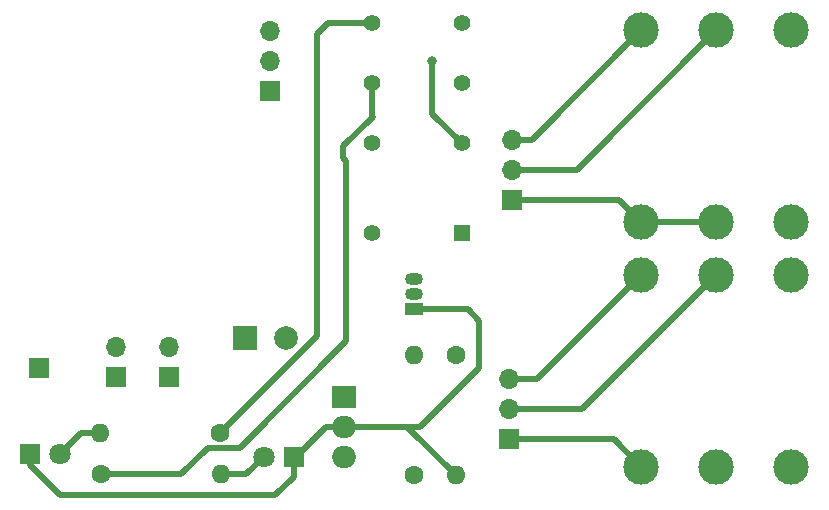
<source format=gbr>
%TF.GenerationSoftware,KiCad,Pcbnew,7.0.9*%
%TF.CreationDate,2023-12-28T12:30:11-05:00*%
%TF.ProjectId,IO,494f2e6b-6963-4616-945f-706362585858,rev?*%
%TF.SameCoordinates,Original*%
%TF.FileFunction,Copper,L2,Bot*%
%TF.FilePolarity,Positive*%
%FSLAX46Y46*%
G04 Gerber Fmt 4.6, Leading zero omitted, Abs format (unit mm)*
G04 Created by KiCad (PCBNEW 7.0.9) date 2023-12-28 12:30:11*
%MOMM*%
%LPD*%
G01*
G04 APERTURE LIST*
%TA.AperFunction,ComponentPad*%
%ADD10C,3.000000*%
%TD*%
%TA.AperFunction,ComponentPad*%
%ADD11C,1.600000*%
%TD*%
%TA.AperFunction,ComponentPad*%
%ADD12O,1.600000X1.600000*%
%TD*%
%TA.AperFunction,ComponentPad*%
%ADD13R,1.500000X1.050000*%
%TD*%
%TA.AperFunction,ComponentPad*%
%ADD14O,1.500000X1.050000*%
%TD*%
%TA.AperFunction,ComponentPad*%
%ADD15R,1.800000X1.800000*%
%TD*%
%TA.AperFunction,ComponentPad*%
%ADD16C,1.800000*%
%TD*%
%TA.AperFunction,ComponentPad*%
%ADD17R,1.700000X1.700000*%
%TD*%
%TA.AperFunction,ComponentPad*%
%ADD18O,1.700000X1.700000*%
%TD*%
%TA.AperFunction,ComponentPad*%
%ADD19R,1.400000X1.400000*%
%TD*%
%TA.AperFunction,ComponentPad*%
%ADD20C,1.400000*%
%TD*%
%TA.AperFunction,ComponentPad*%
%ADD21R,2.000000X2.000000*%
%TD*%
%TA.AperFunction,ComponentPad*%
%ADD22C,2.000000*%
%TD*%
%TA.AperFunction,ComponentPad*%
%ADD23R,2.000000X1.905000*%
%TD*%
%TA.AperFunction,ComponentPad*%
%ADD24O,2.000000X1.905000*%
%TD*%
%TA.AperFunction,ViaPad*%
%ADD25C,0.800000*%
%TD*%
%TA.AperFunction,Conductor*%
%ADD26C,0.500000*%
%TD*%
G04 APERTURE END LIST*
D10*
%TO.P,B1,R*%
%TO.N,Net-(Out3-Pin_2)*%
X175825000Y-80385000D03*
%TO.P,B1,RN*%
%TO.N,/Signal_Gnd*%
X175825000Y-96615000D03*
%TO.P,B1,S*%
X182175000Y-80385000D03*
%TO.P,B1,SN*%
%TO.N,unconnected-(B1-PadSN)*%
X182175000Y-96615000D03*
%TO.P,B1,T*%
%TO.N,/B*%
X169475000Y-80385000D03*
%TO.P,B1,TN*%
%TO.N,/Signal_Gnd*%
X169475000Y-96615000D03*
%TD*%
D11*
%TO.P,R7,1*%
%TO.N,Net-(QL1-G)*%
X153750000Y-107920000D03*
D12*
%TO.P,R7,2*%
%TO.N,/Ctrl_GND*%
X153750000Y-118080000D03*
%TD*%
D13*
%TO.P,QL1,1,S*%
%TO.N,/Ctrl_GND*%
X150250000Y-104040000D03*
D14*
%TO.P,QL1,2,G*%
%TO.N,Net-(QL1-G)*%
X150250000Y-102770000D03*
%TO.P,QL1,3,D*%
%TO.N,Net-(QL1-D)*%
X150250000Y-101500000D03*
%TD*%
D15*
%TO.P,LEDB1,1,K*%
%TO.N,/Ctrl_GND*%
X117750000Y-116250000D03*
D16*
%TO.P,LEDB1,2,A*%
%TO.N,Net-(LEDB1-A)*%
X120290000Y-116250000D03*
%TD*%
D17*
%TO.P,Out3,1,Pin_1*%
%TO.N,/Signal_Gnd*%
X158500000Y-94750000D03*
D18*
%TO.P,Out3,2,Pin_2*%
%TO.N,Net-(Out3-Pin_2)*%
X158500000Y-92210000D03*
%TO.P,Out3,3,Pin_3*%
%TO.N,/B*%
X158500000Y-89670000D03*
%TD*%
D17*
%TO.P,J3,1,Pin_1*%
%TO.N,/9V*%
X125000000Y-109775000D03*
D18*
%TO.P,J3,2,Pin_2*%
%TO.N,/Ctrl_GND*%
X125000000Y-107235000D03*
%TD*%
D11*
%TO.P,RLed2,1*%
%TO.N,Net-(Left/Mono1-Pad11)*%
X123750000Y-118000000D03*
D12*
%TO.P,RLed2,2*%
%TO.N,Net-(D2-A)*%
X133910000Y-118000000D03*
%TD*%
D10*
%TO.P,A1,R*%
%TO.N,Net-(Out2-Pin_2)*%
X175825000Y-101135000D03*
%TO.P,A1,RN*%
%TO.N,/Signal_Gnd*%
X175825000Y-117365000D03*
%TO.P,A1,S*%
X182175000Y-101135000D03*
%TO.P,A1,SN*%
%TO.N,unconnected-(A1-PadSN)*%
X182175000Y-117365000D03*
%TO.P,A1,T*%
%TO.N,/A*%
X169475000Y-101135000D03*
%TO.P,A1,TN*%
%TO.N,/Signal_Gnd*%
X169475000Y-117365000D03*
%TD*%
D17*
%TO.P,Out2,1,Pin_1*%
%TO.N,/Signal_Gnd*%
X158250000Y-115040000D03*
D18*
%TO.P,Out2,2,Pin_2*%
%TO.N,Net-(Out2-Pin_2)*%
X158250000Y-112500000D03*
%TO.P,Out2,3,Pin_3*%
%TO.N,/A*%
X158250000Y-109960000D03*
%TD*%
D11*
%TO.P,RLed1,1*%
%TO.N,Net-(Left/Mono1-Pad9)*%
X133830000Y-114500000D03*
D12*
%TO.P,RLed1,2*%
%TO.N,Net-(LEDB1-A)*%
X123670000Y-114500000D03*
%TD*%
D19*
%TO.P,Left/Mono1,1*%
%TO.N,Net-(QL1-D)*%
X154262500Y-97607500D03*
D20*
%TO.P,Left/Mono1,4*%
%TO.N,/L_out*%
X154262500Y-89987500D03*
%TO.P,Left/Mono1,6*%
%TO.N,/A*%
X154262500Y-84907500D03*
%TO.P,Left/Mono1,8*%
%TO.N,/B*%
X154262500Y-79827500D03*
%TO.P,Left/Mono1,9*%
%TO.N,Net-(Left/Mono1-Pad9)*%
X146642500Y-79827500D03*
%TO.P,Left/Mono1,11*%
%TO.N,Net-(Left/Mono1-Pad11)*%
X146642500Y-84907500D03*
%TO.P,Left/Mono1,13*%
%TO.N,/5V*%
X146642500Y-89987500D03*
%TO.P,Left/Mono1,16*%
X146642500Y-97607500D03*
%TD*%
D21*
%TO.P,C1,1*%
%TO.N,/9V*%
X135882323Y-106500000D03*
D22*
%TO.P,C1,2*%
%TO.N,/Ctrl_GND*%
X139382323Y-106500000D03*
%TD*%
D23*
%TO.P,U1,1,IN*%
%TO.N,/9V*%
X144305000Y-111460000D03*
D24*
%TO.P,U1,2,GND*%
%TO.N,/Ctrl_GND*%
X144305000Y-114000000D03*
%TO.P,U1,3,OUT*%
%TO.N,/5V*%
X144305000Y-116540000D03*
%TD*%
D17*
%TO.P,J1,1,Pin_1*%
%TO.N,/Control*%
X118500000Y-109025000D03*
%TD*%
D11*
%TO.P,R6,1*%
%TO.N,/Control*%
X150250000Y-118080000D03*
D12*
%TO.P,R6,2*%
%TO.N,Net-(QL1-G)*%
X150250000Y-107920000D03*
%TD*%
D15*
%TO.P,D2,1,K*%
%TO.N,/Ctrl_GND*%
X140040000Y-116500000D03*
D16*
%TO.P,D2,2,A*%
%TO.N,Net-(D2-A)*%
X137500000Y-116500000D03*
%TD*%
D17*
%TO.P,J2,1,Pin_1*%
%TO.N,/9V*%
X129500000Y-109775000D03*
D18*
%TO.P,J2,2,Pin_2*%
%TO.N,/Ctrl_GND*%
X129500000Y-107235000D03*
%TD*%
D17*
%TO.P,Out1,1,Pin_1*%
%TO.N,/Signal_Gnd*%
X138000000Y-85525000D03*
D18*
%TO.P,Out1,2,Pin_2*%
%TO.N,/L_out*%
X138000000Y-82985000D03*
%TO.P,Out1,3,Pin_3*%
X138000000Y-80445000D03*
%TD*%
D25*
%TO.N,/L_out*%
X151750000Y-83000000D03*
%TD*%
D26*
%TO.N,/Ctrl_GND*%
X150750000Y-114000000D02*
X155750000Y-109000000D01*
X117750000Y-116250000D02*
X117750000Y-117250000D01*
X153750000Y-118080000D02*
X149670000Y-114000000D01*
X149670000Y-114000000D02*
X150750000Y-114000000D01*
X117750000Y-117250000D02*
X120250000Y-119750000D01*
X140040000Y-116500000D02*
X140250000Y-116500000D01*
X155750000Y-105000000D02*
X155750000Y-109000000D01*
X120250000Y-119750000D02*
X138500000Y-119750000D01*
X154790000Y-104040000D02*
X150250000Y-104040000D01*
X155750000Y-105000000D02*
X154790000Y-104040000D01*
X140250000Y-116500000D02*
X142750000Y-114000000D01*
X149670000Y-114000000D02*
X144305000Y-114000000D01*
X138500000Y-119750000D02*
X140040000Y-118210000D01*
X142750000Y-114000000D02*
X144305000Y-114000000D01*
X140040000Y-118210000D02*
X140040000Y-116500000D01*
%TO.N,/A*%
X158250000Y-109960000D02*
X160650000Y-109960000D01*
X160650000Y-109960000D02*
X169475000Y-101135000D01*
%TO.N,/Signal_Gnd*%
X158500000Y-94750000D02*
X167610000Y-94750000D01*
X167610000Y-94750000D02*
X169475000Y-96615000D01*
X169475000Y-96615000D02*
X175825000Y-96615000D01*
X158250000Y-115040000D02*
X167150000Y-115040000D01*
X167150000Y-115040000D02*
X169475000Y-117365000D01*
%TO.N,/B*%
X160190000Y-89670000D02*
X169475000Y-80385000D01*
X158500000Y-89670000D02*
X160190000Y-89670000D01*
%TO.N,Net-(D2-A)*%
X133910000Y-118000000D02*
X136000000Y-118000000D01*
X136000000Y-118000000D02*
X137500000Y-116500000D01*
%TO.N,/L_out*%
X154262500Y-89987500D02*
X151750000Y-87475000D01*
X151750000Y-87475000D02*
X151750000Y-83000000D01*
%TO.N,Net-(LEDB1-A)*%
X123670000Y-114500000D02*
X122040000Y-114500000D01*
X122040000Y-114500000D02*
X120290000Y-116250000D01*
%TO.N,Net-(Left/Mono1-Pad9)*%
X142922500Y-79827500D02*
X142000000Y-80750000D01*
X142000000Y-80750000D02*
X142000000Y-106330000D01*
X146642500Y-79827500D02*
X142922500Y-79827500D01*
X142000000Y-106330000D02*
X133830000Y-114500000D01*
%TO.N,Net-(Left/Mono1-Pad11)*%
X146642500Y-87642500D02*
X146642500Y-84907500D01*
X123750000Y-118000000D02*
X130500000Y-118000000D01*
X144500000Y-106750000D02*
X144500000Y-91500000D01*
X144500000Y-91500000D02*
X144250000Y-91250000D01*
X144250000Y-90250000D02*
X146750000Y-87750000D01*
X135500000Y-115750000D02*
X144500000Y-106750000D01*
X144250000Y-91250000D02*
X144250000Y-90250000D01*
X132750000Y-115750000D02*
X135500000Y-115750000D01*
X146750000Y-87750000D02*
X146642500Y-87642500D01*
X130500000Y-118000000D02*
X132750000Y-115750000D01*
%TO.N,Net-(Out2-Pin_2)*%
X164460000Y-112500000D02*
X175825000Y-101135000D01*
X158250000Y-112500000D02*
X164460000Y-112500000D01*
%TO.N,Net-(Out3-Pin_2)*%
X164000000Y-92210000D02*
X175825000Y-80385000D01*
X158500000Y-92210000D02*
X164000000Y-92210000D01*
%TD*%
M02*

</source>
